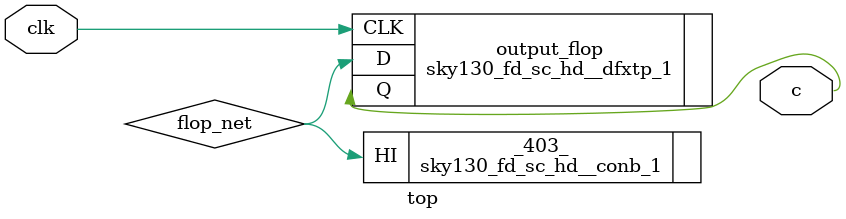
<source format=v>
/* Generated by Yosys 0.9+4052 (git sha1 5c1e6a0e, clang 7.0.1 -fPIC -Os) */

module top(clk, c);
  input clk;
  output c;

  wire flop_net;

  sky130_fd_sc_hd__conb_1 _403_ (
    .HI(flop_net)
  );

  sky130_fd_sc_hd__dfxtp_1 output_flop (
    .D(flop_net),
    .Q(c),
    .CLK(clk)
  );

endmodule

</source>
